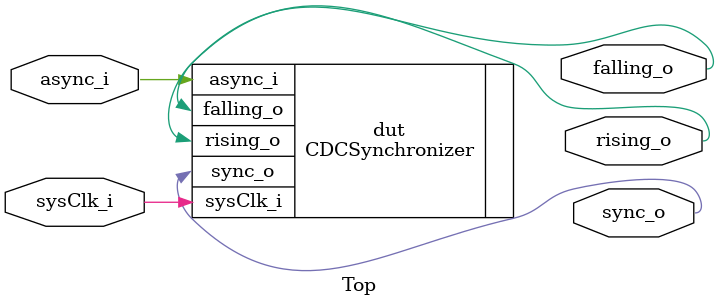
<source format=sv>
`default_nettype none
`ifdef SIMULATE
`timescale 1ns/1ps
`endif

module Top (
    // Signals from Cpp testbench
    input  logic sysClk_i,
    input  logic async_i,
    output logic sync_o,
    output logic rising_o,
    output logic falling_o
);


CDCSynchronizer dut (
    .sysClk_i(sysClk_i),
    .async_i(async_i),
    .sync_o(sync_o),
    .rising_o(rising_o),
    .falling_o(falling_o)
);


endmodule


</source>
